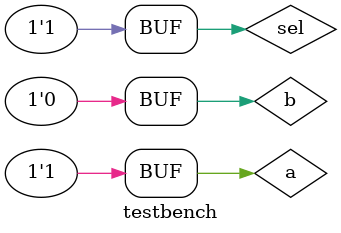
<source format=v>
module testbench();

	reg a, b, sel;
	wire dout;
	
	mux_tristate_buff TRISTATEMUX(
		.a(a),
		.b(b),
		.sel(sel),
		.dout(dout)
	);
	
	always @ (*) begin 
		$display ("a = %b, b = %b, sel = %b, dout = %b" , a, b, sel, dout);
	end
	
	initial begin 
		#1; a = 0; b = 0; sel = 0;
		#1; a = 1; b = 0; sel = 0;
		#1; a = 0; b = 1; sel = 0;
		#1; a = 1; b = 1; sel = 0;
		#1; a = 0; b = 0; sel = 1;
		#1; a = 1; b = 1; sel = 1;
		#1; a = 0; b = 1; sel = 1;
		#1; a = 1; b = 0; sel = 1;
	end
	
endmodule

</source>
